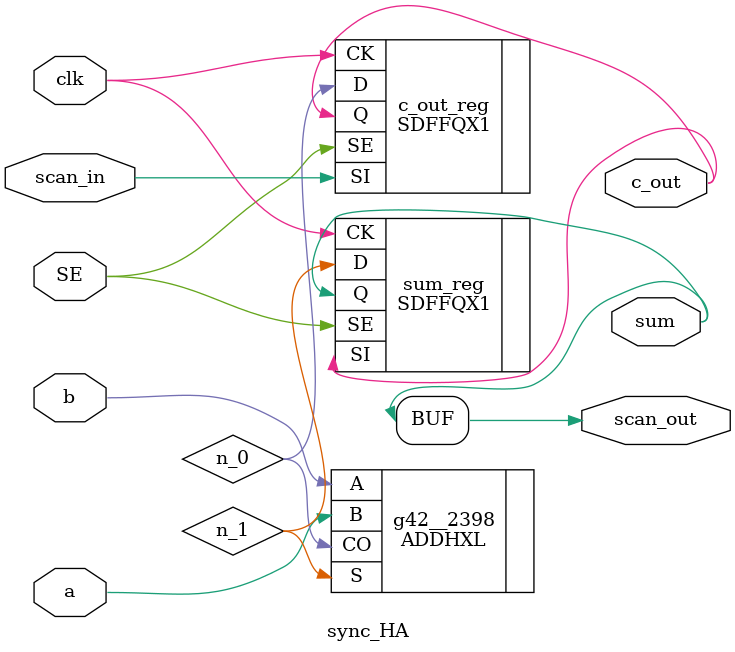
<source format=v>


// Verification Directory fv/sync_HA 

module sync_HA(a, b, clk, sum, c_out, SE, scan_in, scan_out);
  input a, b, clk, SE, scan_in;
  output sum, c_out, scan_out;
  wire a, b, clk, SE, scan_in;
  wire sum, c_out, scan_out;
  wire n_0, n_1;
  assign scan_out = sum;
  SDFFQX1 sum_reg(.CK (clk), .D (n_1), .SI (c_out), .SE (SE), .Q (sum));
  SDFFQX1 c_out_reg(.CK (clk), .D (n_0), .SI (scan_in), .SE (SE), .Q
       (c_out));
  ADDHXL g42__2398(.A (b), .B (a), .CO (n_0), .S (n_1));
endmodule


</source>
